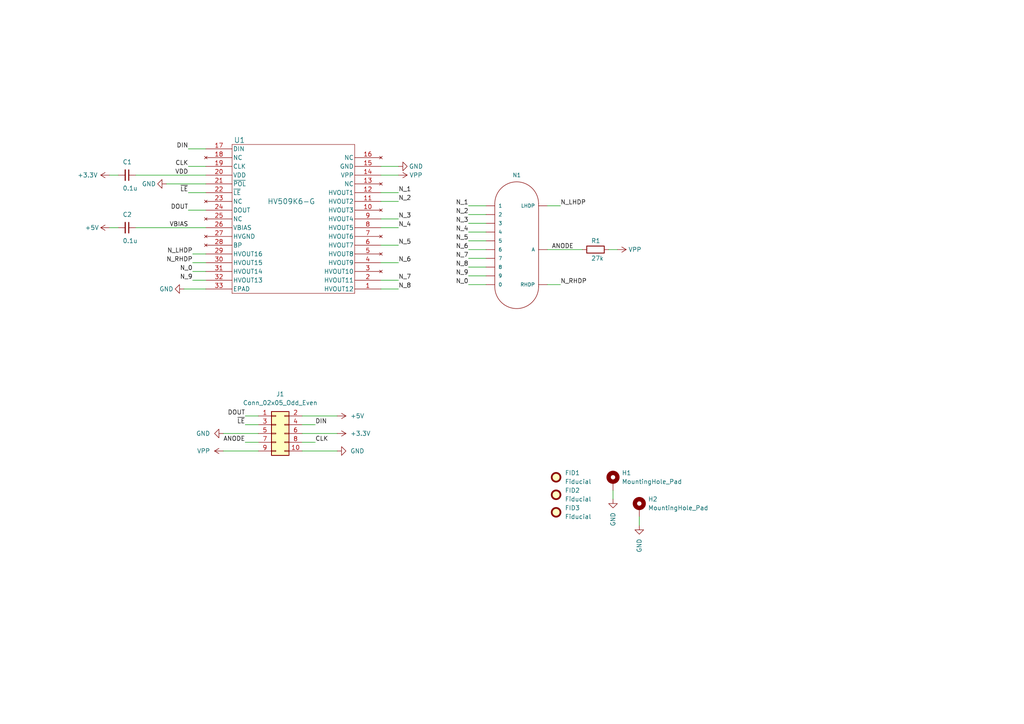
<source format=kicad_sch>
(kicad_sch (version 20230121) (generator eeschema)
  (paper "A4")
  (title_block (title "IN-14 daughter board") (rev "A") (company "Paul Willis"))
  (lib_symbols
    (symbol "00_lib:HV509K6-G" (pin_names (offset 0.254))
      (property "Reference" "U1" (at 39.37 -43.18 0))
      (property "Value" "HV509K6-G" (at 19.05 -25.4 0))
      (symbol "HV509K6-G_0_1"
        (polyline (pts (xy 7.62 -41.91) (xy 43.18 -41.91)) (stroke (width 0.127)))
        (polyline (pts (xy 7.62 1.27) (xy 7.62 -41.91)) (stroke (width 0.127)))
        (polyline (pts (xy 43.18 -41.91) (xy 43.18 1.27)) (stroke (width 0.127)))
        (polyline (pts (xy 43.18 1.27) (xy 7.62 1.27)) (stroke (width 0.127)))
        (pin output line (at 0 0 0) (length 7.62) (name "HVOUT12") (number "1"))
        (pin no_connect line (at 0 -22.86 0) (length 7.62) (name "HVOUT3") (number "10"))
        (pin output line (at 0 -25.4 0) (length 7.62) (name "HVOUT2") (number "11"))
        (pin output line (at 0 -27.94 0) (length 7.62) (name "HVOUT1") (number "12"))
        (pin no_connect line (at 0 -30.48 0) (length 7.62) (name "NC") (number "13"))
        (pin power_in line (at 0 -33.02 0) (length 7.62) (name "VPP") (number "14"))
        (pin power_in line (at 0 -35.56 0) (length 7.62) (name "GND") (number "15"))
        (pin no_connect line (at 0 -38.1 0) (length 7.62) (name "NC") (number "16"))
        (pin input line (at 50.8 -40.64 180) (length 7.62) (name "DIN") (number "17"))
        (pin no_connect line (at 50.8 -38.1 180) (length 7.62) (name "NC") (number "18"))
        (pin input line (at 50.8 -35.56 180) (length 7.62) (name "CLK") (number "19"))
        (pin output line (at 0 -2.54 0) (length 7.62) (name "HVOUT11") (number "2"))
        (pin power_in line (at 50.8 -33.02 180) (length 7.62) (name "VDD") (number "20"))
        (pin input line (at 50.8 -30.48 180) (length 7.62) (name "~{POL}") (number "21"))
        (pin input line (at 50.8 -27.94 180) (length 7.62) (name "~{LE}") (number "22"))
        (pin no_connect line (at 50.8 -25.4 180) (length 7.62) (name "NC") (number "23"))
        (pin output line (at 50.8 -22.86 180) (length 7.62) (name "DOUT") (number "24"))
        (pin no_connect line (at 50.8 -20.32 180) (length 7.62) (name "NC") (number "25"))
        (pin power_in line (at 50.8 -17.78 180) (length 7.62) (name "VBIAS") (number "26"))
        (pin no_connect line (at 50.8 -15.24 180) (length 7.62) (name "HVGND") (number "27"))
        (pin no_connect line (at 50.8 -12.7 180) (length 7.62) (name "BP") (number "28"))
        (pin output line (at 50.8 -10.16 180) (length 7.62) (name "HVOUT16") (number "29"))
        (pin no_connect line (at 0 -5.08 0) (length 7.62) (name "HVOUT10") (number "3"))
        (pin output line (at 50.8 -7.62 180) (length 7.62) (name "HVOUT15") (number "30"))
        (pin output line (at 50.8 -5.08 180) (length 7.62) (name "HVOUT14") (number "31"))
        (pin output line (at 50.8 -2.54 180) (length 7.62) (name "HVOUT13") (number "32"))
        (pin passive line (at 50.8 0 180) (length 7.62) (name "EPAD") (number "33"))
        (pin output line (at 0 -7.62 0) (length 7.62) (name "HVOUT9") (number "4"))
        (pin no_connect line (at 0 -10.16 0) (length 7.62) (name "HVOUT8") (number "5"))
        (pin output line (at 0 -12.7 0) (length 7.62) (name "HVOUT7") (number "6"))
        (pin no_connect line (at 0 -15.24 0) (length 7.62) (name "HVOUT6") (number "7"))
        (pin output line (at 0 -17.78 0) (length 7.62) (name "HVOUT5") (number "8"))
        (pin output line (at 0 -20.32 0) (length 7.62) (name "HVOUT4") (number "9"))
      )
    )
    (symbol "00_lib:IN-14" (pin_numbers hide) (pin_names (offset 1.016))
      (property "Reference" "N" (at -2.54 18.415 0))
      (symbol "IN-14_1_0"
        (polyline (pts (xy -5.08 -13.335) (xy -5.08 10.795)))
        (polyline (pts (xy 7.62 -13.335) (xy 7.62 10.795)))
      )
      (symbol "IN-14_1_1"
        (arc (start -5.08 -13.335) (mid 1.27 -19.6574) (end 7.62 -13.335))
        (arc (start 7.62 10.795) (mid 1.27 17.1174) (end -5.08 10.795))
        (pin bidirectional line (at -7.62 -12.7 0) (length 2.54) (name "0") (number "0"))
        (pin bidirectional line (at -7.62 10.16 0) (length 2.54) (name "1") (number "1"))
        (pin bidirectional line (at -7.62 7.62 0) (length 2.54) (name "2") (number "2"))
        (pin bidirectional line (at -7.62 5.08 0) (length 2.54) (name "3") (number "3"))
        (pin bidirectional line (at -7.62 2.54 0) (length 2.54) (name "4") (number "4"))
        (pin bidirectional line (at -7.62 0 0) (length 2.54) (name "5") (number "5"))
        (pin bidirectional line (at -7.62 -2.54 0) (length 2.54) (name "6") (number "6"))
        (pin bidirectional line (at -7.62 -5.08 0) (length 2.54) (name "7") (number "7"))
        (pin bidirectional line (at -7.62 -7.62 0) (length 2.54) (name "8") (number "8"))
        (pin bidirectional line (at -7.62 -10.16 0) (length 2.54) (name "9") (number "9"))
        (pin bidirectional line (at 10.16 -2.54 180) (length 2.54) (name "A") (number "A"))
        (pin bidirectional line (at 10.16 10.16 180) (length 2.54) (name "LHDP") (number "LHDP"))
        (pin bidirectional line (at 10.16 -12.7 180) (length 2.54) (name "RHDP") (number "RHDP"))
      )
    )
    (symbol "C_Small_1" (pin_numbers hide) (pin_names (offset 0.254) hide)
      (property "Reference" "C1" (at 2.54 1.2637 0))
      (property "Value" "0.1u" (at 2.54 -1.2763 0))
      (symbol "C_Small_1_0_1"
        (polyline (pts (xy -1.524 -0.508) (xy 1.524 -0.508)) (stroke (width 0.3302)))
        (polyline (pts (xy -1.524 0.508) (xy 1.524 0.508)) (stroke (width 0.3048)))
      )
      (symbol "C_Small_1_1_1"
        (pin power_out line (at 0 2.54 270) (length 2.032) (name "~") (number "1"))
        (pin power_in line (at 0 -2.54 90) (length 2.032) (name "~") (number "2"))
      )
    )
    (symbol "Connector_Generic:Conn_02x05_Odd_Even" (pin_names (offset 1.016) hide)
      (property "Reference" "J1" (at 1.27 11.43 0))
      (property "Value" "Conn_02x05_Odd_Even" (at 1.27 8.89 0))
      (symbol "Conn_02x05_Odd_Even_1_1"
        (rectangle (start -1.27 -4.953) (end 0 -5.207) (stroke (width 0.1524)))
        (rectangle (start -1.27 -2.413) (end 0 -2.667) (stroke (width 0.1524)))
        (rectangle (start -1.27 0.127) (end 0 -0.127) (stroke (width 0.1524)))
        (rectangle (start -1.27 2.667) (end 0 2.413) (stroke (width 0.1524)))
        (rectangle (start -1.27 5.207) (end 0 4.953) (stroke (width 0.1524)))
        (rectangle (start -1.27 6.35) (end 3.81 -6.35) (stroke (width 0.254)) (fill (type background)))
        (rectangle (start 3.81 -4.953) (end 2.54 -5.207) (stroke (width 0.1524)))
        (rectangle (start 3.81 -2.413) (end 2.54 -2.667) (stroke (width 0.1524)))
        (rectangle (start 3.81 0.127) (end 2.54 -0.127) (stroke (width 0.1524)))
        (rectangle (start 3.81 2.667) (end 2.54 2.413) (stroke (width 0.1524)))
        (rectangle (start 3.81 5.207) (end 2.54 4.953) (stroke (width 0.1524)))
        (pin input line (at -5.08 5.08 0) (length 3.81) (name "Pin_1") (number "1"))
        (pin passive line (at 7.62 -5.08 180) (length 3.81) (name "Pin_10") (number "10"))
        (pin power_out line (at 7.62 5.08 180) (length 3.81) (name "Pin_2") (number "2"))
        (pin output line (at -5.08 2.54 0) (length 3.81) (name "Pin_3") (number "3"))
        (pin output line (at 7.62 2.54 180) (length 3.81) (name "Pin_4") (number "4"))
        (pin power_out line (at -5.08 0 0) (length 3.81) (name "Pin_5") (number "5"))
        (pin power_out line (at 7.62 0 180) (length 3.81) (name "Pin_6") (number "6"))
        (pin input line (at -5.08 -2.54 0) (length 3.81) (name "Pin_7") (number "7"))
        (pin output line (at 7.62 -2.54 180) (length 3.81) (name "Pin_8") (number "8"))
        (pin power_out line (at -5.08 -5.08 0) (length 3.81) (name "Pin_9") (number "9"))
      )
    )
    (symbol "Device:R" (pin_numbers hide) (pin_names (offset 0))
      (property "Reference" "R" (at 2.032 0 90))
      (property "Value" "R" (at 0 0 90))
      (symbol "R_0_1"
        (rectangle (start -1.016 -2.54) (end 1.016 2.54) (stroke (width 0.254)))
      )
      (symbol "R_1_1"
        (pin passive line (at 0 3.81 270) (length 1.27) (name "~") (number "1"))
        (pin passive line (at 0 -3.81 90) (length 1.27) (name "~") (number "2"))
      )
    )
    (symbol "Mechanical:Fiducial"
      (property "Reference" "FID" (at 0 5.08 0))
      (property "Value" "Fiducial" (at 0 3.175 0))
      (symbol "Fiducial_0_1"
        (circle (center 0 0) (radius 1.27) (stroke (width 0.508)) (fill (type background)))
      )
    )
    (symbol "Mechanical:MountingHole_Pad" (pin_numbers hide) (pin_names (offset 1.016) hide)
      (property "Reference" "H1" (at 2.54 2.54 0))
      (property "Value" "MountingHole_Pad" (at 2.54 0 0))
      (symbol "MountingHole_Pad_0_1"
        (circle (center 0 1.27) (radius 1.27) (stroke (width 1.27)))
      )
      (symbol "MountingHole_Pad_1_1"
        (pin passive line (at 0 -2.54 90) (length 2.54) (name "1") (number "1"))
      )
    )
    (symbol "MountingHole_Pad_1" (pin_numbers hide) (pin_names (offset 1.016) hide)
      (property "Reference" "H2" (at 2.54 2.54 0))
      (property "Value" "MountingHole_Pad" (at 2.54 0 0))
      (symbol "MountingHole_Pad_1_0_1"
        (circle (center 0 1.27) (radius 1.27) (stroke (width 1.27)))
      )
      (symbol "MountingHole_Pad_1_1_1"
        (pin passive line (at 0 -2.54 90) (length 2.54) (name "1") (number "1"))
      )
    )
    (symbol "power:+3.3V" (power) (pin_names (offset 0))
      (property "Value" "+3.3V" (at 0 3.556 0))
      (symbol "+3.3V_0_1"
        (polyline (pts (xy -0.762 1.27) (xy 0 2.54)))
        (polyline (pts (xy 0 0) (xy 0 2.54)))
        (polyline (pts (xy 0 2.54) (xy 0.762 1.27)))
      )
      (symbol "+3.3V_1_1"
        (pin power_in line (at 0 0 90) (length 0) hide (name "+3.3V") (number "1"))
      )
    )
    (symbol "power:+5V" (power) (pin_names (offset 0))
      (property "Value" "+5V" (at 0 3.556 0))
      (symbol "+5V_0_1"
        (polyline (pts (xy -0.762 1.27) (xy 0 2.54)))
        (polyline (pts (xy 0 0) (xy 0 2.54)))
        (polyline (pts (xy 0 2.54) (xy 0.762 1.27)))
      )
      (symbol "+5V_1_1"
        (pin power_in line (at 0 0 90) (length 0) hide (name "+5V") (number "1"))
      )
    )
    (symbol "power:GND" (power) (pin_names (offset 0))
      (property "Value" "GND" (at 0 -3.81 0))
      (symbol "GND_0_1"
        (polyline (pts (xy 0 0) (xy 0 -1.27) (xy 1.27 -1.27) (xy 0 -2.54) (xy -1.27 -1.27) (xy 0 -1.27)))
      )
      (symbol "GND_1_1"
        (pin power_in line (at 0 0 270) (length 0) hide (name "GND") (number "1"))
      )
    )
    (symbol "power:VPP" (power) (pin_names (offset 0))
      (property "Value" "VPP" (at 0 3.81 0))
      (symbol "VPP_0_1"
        (polyline (pts (xy -0.762 1.27) (xy 0 2.54)))
        (polyline (pts (xy 0 0) (xy 0 2.54)))
        (polyline (pts (xy 0 2.54) (xy 0.762 1.27)))
      )
      (symbol "VPP_1_1"
        (pin power_in line (at 0 0 90) (length 0) hide (name "VPP") (number "1"))
      )
    )
  )
  (wire (pts (xy 115.57 48.26) (xy 110.49 48.26)))
  (wire (pts (xy 97.79 120.65) (xy 87.63 120.65)))
  (wire (pts (xy 140.97 64.77) (xy 135.89 64.77)))
  (wire (pts (xy 115.57 63.5) (xy 110.49 63.5)))
  (wire (pts (xy 87.63 123.19) (xy 91.44 123.19)))
  (wire (pts (xy 140.97 59.69) (xy 135.89 59.69)))
  (wire (pts (xy 179.07 72.39) (xy 176.53 72.39)))
  (wire (pts (xy 59.69 48.26) (xy 54.61 48.26)))
  (wire (pts (xy 168.91 72.39) (xy 158.75 72.39)))
  (wire (pts (xy 59.69 53.34) (xy 48.26 53.34)))
  (wire (pts (xy 115.57 58.42) (xy 110.49 58.42)))
  (wire (pts (xy 135.89 77.47) (xy 140.97 77.47)))
  (wire (pts (xy 140.97 62.23) (xy 135.89 62.23)))
  (wire (pts (xy 59.69 73.66) (xy 55.88 73.66)))
  (wire (pts (xy 59.69 78.74) (xy 55.88 78.74)))
  (wire (pts (xy 115.57 76.2) (xy 110.49 76.2)))
  (wire (pts (xy 115.57 50.8) (xy 110.49 50.8)))
  (wire (pts (xy 115.57 71.12) (xy 110.49 71.12)))
  (wire (pts (xy 162.56 59.69) (xy 158.75 59.69)))
  (wire (pts (xy 34.29 66.04) (xy 31.75 66.04)))
  (wire (pts (xy 59.69 43.18) (xy 54.61 43.18)))
  (wire (pts (xy 87.63 130.81) (xy 97.79 130.81)))
  (wire (pts (xy 115.57 81.28) (xy 110.49 81.28)))
  (wire (pts (xy 115.57 55.88) (xy 110.49 55.88)))
  (wire (pts (xy 115.57 83.82) (xy 110.49 83.82)))
  (wire (pts (xy 59.69 81.28) (xy 55.88 81.28)))
  (wire (pts (xy 34.29 50.8) (xy 31.75 50.8)))
  (wire (pts (xy 64.77 130.81) (xy 74.93 130.81)))
  (wire (pts (xy 162.56 82.55) (xy 158.75 82.55)))
  (wire (pts (xy 71.12 128.27) (xy 74.93 128.27)))
  (wire (pts (xy 39.37 66.04) (xy 59.69 66.04)))
  (wire (pts (xy 59.69 55.88) (xy 54.61 55.88)))
  (wire (pts (xy 135.89 74.93) (xy 140.97 74.93)))
  (wire (pts (xy 59.69 76.2) (xy 55.88 76.2)))
  (wire (pts (xy 71.12 120.65) (xy 74.93 120.65)))
  (wire (pts (xy 177.8 142.24) (xy 177.8 144.78)))
  (wire (pts (xy 135.89 72.39) (xy 140.97 72.39)))
  (wire (pts (xy 71.12 123.19) (xy 74.93 123.19)))
  (wire (pts (xy 135.89 80.01) (xy 140.97 80.01)))
  (wire (pts (xy 140.97 69.85) (xy 135.89 69.85)))
  (wire (pts (xy 64.77 125.73) (xy 74.93 125.73)))
  (wire (pts (xy 87.63 128.27) (xy 91.44 128.27)))
  (wire (pts (xy 135.89 82.55) (xy 140.97 82.55)))
  (wire (pts (xy 140.97 67.31) (xy 135.89 67.31)))
  (wire (pts (xy 185.42 149.86) (xy 185.42 152.4)))
  (wire (pts (xy 87.63 125.73) (xy 97.79 125.73)))
  (wire (pts (xy 39.37 50.8) (xy 59.69 50.8)))
  (wire (pts (xy 59.69 83.82) (xy 53.34 83.82)))
  (wire (pts (xy 59.69 60.96) (xy 54.61 60.96)))
  (wire (pts (xy 115.57 66.04) (xy 110.49 66.04)))
  (label "N_6" (at 115.57 76.2 0))
  (label "N_2" (at 115.57 58.42 0))
  (label "N_8" (at 115.57 83.82 0))
  (label "N_7" (at 115.57 81.28 0))
  (label "N_RHDP" (at 55.88 76.2 180))
  (label "N_2" (at 135.89 62.23 180))
  (label "DOUT" (at 71.12 120.65 180))
  (label "N_4" (at 135.89 67.31 180))
  (label "DIN" (at 54.61 43.18 180))
  (label "N_1" (at 135.89 59.69 180))
  (label "ANODE" (at 71.12 128.27 180))
  (label "DOUT" (at 54.61 60.96 180))
  (label "N_3" (at 135.89 64.77 180))
  (label "N_3" (at 115.57 63.5 0))
  (label "~{LE}" (at 71.12 123.19 180))
  (label "N_5" (at 135.89 69.85 180))
  (label "N_1" (at 115.57 55.88 0))
  (label "~{LE}" (at 54.61 55.88 180))
  (label "N_9" (at 135.89 80.01 180))
  (label "CLK" (at 54.61 48.26 180))
  (label "N_9" (at 55.88 81.28 180))
  (label "N_0" (at 55.88 78.74 180))
  (label "DIN" (at 91.44 123.19 0))
  (label "N_7" (at 135.89 74.93 180))
  (label "N_LHDP" (at 162.56 59.69 0))
  (label "VDD" (at 54.61 50.8 180))
  (label "N_8" (at 135.89 77.47 180))
  (label "N_LHDP" (at 55.88 73.66 180))
  (label "VBIAS" (at 54.61 66.04 180))
  (label "ANODE" (at 160.02 72.39 0))
  (label "N_6" (at 135.89 72.39 180))
  (label "N_RHDP" (at 162.56 82.55 0))
  (label "N_4" (at 115.57 66.04 0))
  (label "CLK" (at 91.44 128.27 0))
  (label "N_5" (at 115.57 71.12 0))
  (label "N_0" (at 135.89 82.55 180))
  (symbol (lib_name "C_Small_1") (lib_id "Device:C_Small") (at 36.83 50.8 270) (unit 1)
    (property "Reference" "C1" (at 35.56 46.99 90) (effects (justify left)))
    (property "Value" "0.1u" (at 35.56 54.61 90) (effects (justify left)))
    (property "Footprint" "Capacitor_SMD:C_0603_1608Metric" (effects hide))
    (property "Datasheet" "https://mm.digikey.com/Volume0/opasdata/d220001/medias/docus/658/CL10B104KB8NNWC_Spec.pdf" (effects hide))
    (property "Model" "CL10B104KB8NNWC" (effects hide))
    (property "Price" "0.10" (effects hide))
    (property "Digikey link" "https://www.digikey.com/en/products/detail/samsung-electro-mechanics/CL10B104KB8NNWC/3887593" (effects hide))
    (property "Mouser link" "https://www.mouser.com/ProductDetail/Samsung-Electro-Mechanics/CL10B104KB8NNWC?qs=EvNa9vf1TdYOAZGBJN%252BGRQ%3D%3D" (effects hide))
  )
  (symbol (lib_id "power:GND") (at 177.8 144.78 0) (mirror y) (unit 1)
    (property "Reference" "#PWR013" (effects hide))
    (property "Value" "GND" (at 177.8 148.59 90) (effects (justify right)))
  )
  (symbol (lib_id "Mechanical:MountingHole_Pad") (at 177.8 139.7 0) (unit 1) (in_bom no)
    (property "Reference" "H1" (at 180.34 137.16 0) (effects (justify left)))
    (property "Value" "MountingHole_Pad" (at 180.34 139.7 0) (effects (justify left)))
    (property "Footprint" "MountingHole:MountingHole_2.7mm_M2.5_Pad_Via" (effects hide))
  )
  (symbol (lib_id "power:GND") (at 115.57 48.26 90) (unit 1)
    (property "Reference" "#PWR01" (effects hide))
    (property "Value" "GND" (at 120.65 48.26 90))
  )
  (symbol (lib_id "power:GND") (at 97.79 130.81 90) (unit 1)
    (property "Reference" "#PWR012" (effects hide))
    (property "Value" "GND" (at 101.6 130.81 90) (effects (justify right)))
  )
  (symbol (lib_name "C_Small_1") (lib_id "Device:C_Small") (at 36.83 66.04 270) (unit 1)
    (property "Reference" "C2" (at 35.56 62.23 90) (effects (justify left)))
    (property "Value" "0.1u" (at 35.56 69.85 90) (effects (justify left)))
    (property "Footprint" "Capacitor_SMD:C_0603_1608Metric" (effects hide))
    (property "Datasheet" "https://mm.digikey.com/Volume0/opasdata/d220001/medias/docus/658/CL10B104KB8NNWC_Spec.pdf" (effects hide))
    (property "Model" "CL10B104KB8NNWC" (effects hide))
    (property "Price" "0.10" (effects hide))
    (property "Digikey link" "https://www.digikey.com/en/products/detail/samsung-electro-mechanics/CL10B104KB8NNWC/3887593" (effects hide))
    (property "Mouser link" "https://www.mouser.com/ProductDetail/Samsung-Electro-Mechanics/CL10B104KB8NNWC?qs=EvNa9vf1TdYOAZGBJN%252BGRQ%3D%3D" (effects hide))
  )
  (symbol (lib_id "power:VPP") (at 64.77 130.81 90) (unit 1)
    (property "Reference" "#PWR011" (effects hide))
    (property "Value" "VPP" (at 60.96 130.81 90) (effects (justify left)))
  )
  (symbol (lib_id "power:+3.3V") (at 31.75 50.8 90) (unit 1)
    (property "Reference" "#PWR02" (effects hide))
    (property "Value" "+3.3V" (at 25.4 50.8 90))
  )
  (symbol (lib_id "Mechanical:Fiducial") (at 161.29 143.51 0) (unit 1)
    (property "Reference" "FID2" (at 163.83 142.24 0) (effects (justify left)))
    (property "Value" "Fiducial" (at 163.83 144.78 0) (effects (justify left)))
    (property "Footprint" "Fiducial:Fiducial_0.5mm_Mask1.5mm" (effects hide))
  )
  (symbol (lib_id "Mechanical:Fiducial") (at 161.29 138.43 0) (unit 1)
    (property "Reference" "FID1" (at 163.83 137.16 0) (effects (justify left)))
    (property "Value" "Fiducial" (at 163.83 139.7 0) (effects (justify left)))
    (property "Footprint" "Fiducial:Fiducial_0.5mm_Mask1.5mm" (effects hide))
  )
  (symbol (lib_id "power:VPP") (at 179.07 72.39 270) (unit 1)
    (property "Reference" "#PWR06" (effects hide))
    (property "Value" "VPP" (at 184.15 72.39 90))
  )
  (symbol (lib_id "Mechanical:Fiducial") (at 161.29 148.59 0) (unit 1)
    (property "Reference" "FID3" (at 163.83 147.32 0) (effects (justify left)))
    (property "Value" "Fiducial" (at 163.83 149.86 0) (effects (justify left)))
    (property "Footprint" "Fiducial:Fiducial_0.5mm_Mask1.5mm" (effects hide))
  )
  (symbol (lib_id "power:GND") (at 48.26 53.34 270) (unit 1)
    (property "Reference" "#PWR04" (effects hide))
    (property "Value" "GND" (at 43.18 53.34 90))
  )
  (symbol (lib_name "MountingHole_Pad_1") (lib_id "Mechanical:MountingHole_Pad") (at 185.42 147.32 0) (unit 1) (in_bom no)
    (property "Reference" "H2" (at 187.96 144.78 0) (effects (justify left)))
    (property "Value" "MountingHole_Pad" (at 187.96 147.32 0) (effects (justify left)))
    (property "Footprint" "MountingHole:MountingHole_2.7mm_M2.5_Pad_Via" (effects hide))
  )
  (symbol (lib_id "power:GND") (at 64.77 125.73 270) (mirror x) (unit 1)
    (property "Reference" "#PWR09" (effects hide))
    (property "Value" "GND" (at 60.96 125.73 90) (effects (justify right)))
  )
  (symbol (lib_id "power:VPP") (at 115.57 50.8 270) (unit 1)
    (property "Reference" "#PWR03" (effects hide))
    (property "Value" "VPP" (at 120.65 50.8 90))
  )
  (symbol (lib_id "power:+3.3V") (at 97.79 125.73 270) (mirror x) (unit 1)
    (property "Reference" "#PWR010" (effects hide))
    (property "Value" "+3.3V" (at 101.6 125.73 90) (effects (justify left)))
  )
  (symbol (lib_id "power:+5V") (at 97.79 120.65 270) (mirror x) (unit 1)
    (property "Reference" "#PWR08" (effects hide))
    (property "Value" "+5V" (at 101.6 120.65 90) (effects (justify left)))
  )
  (symbol (lib_id "power:+5V") (at 31.75 66.04 90) (unit 1)
    (property "Reference" "#PWR05" (effects hide))
    (property "Value" "+5V" (at 26.67 66.04 90))
  )
  (symbol (lib_id "power:GND") (at 53.34 83.82 270) (unit 1)
    (property "Reference" "#PWR07" (effects hide))
    (property "Value" "GND" (at 48.26 83.82 90))
  )
  (symbol (lib_id "00_lib:IN-14") (at 148.59 69.85 0) (unit 1)
    (property "Reference" "N1" (at 151.13 50.8 0) (effects (font (size 1.143 1.143)) (justify right)))
    (property "Value" "IN-14" (effects hide))
    (property "Footprint" "00_lib:nixies-us-IN-14" (effects hide))
    (property "Datasheet" "https://download.elektronicastynus.be/57/in-14_datasheet.pdf" (effects hide))
    (property "Model" "IN-14" (effects hide))
    (property "Price" "17.50" (effects hide))
    (property "Digikey link" "N/A" (effects hide))
    (property "Mouser link" "N/A" (effects hide))
  )
  (symbol (lib_id "00_lib:HV509K6-G") (at 110.49 83.82 180) (unit 1)
    (property "Reference" "U1" (at 71.12 40.64 0) (effects (font (size 1.524 1.524)) (justify left)))
    (property "Value" "HV509K6-G" (at 91.44 58.42 0) (effects (font (size 1.524 1.524)) (justify left)))
    (property "Footprint" "Package_DFN_QFN:QFN-32-1EP_5x5mm_P0.5mm_EP3.1x3.1mm_ThermalVias" (effects hide))
    (property "Datasheet" "https://ww1.microchip.com/downloads/en/DeviceDoc/hv509.pdf" (effects hide))
    (property "Price" "2.89" (effects hide))
    (property "Digikey link" "https://www.digikey.com/en/products/detail/microchip-technology/HV509K6-G/4902492" (effects hide))
    (property "Model" "HV509K6-G" (effects hide))
    (property "Mouser link" "https://www.mouser.com/ProductDetail/Microchip-Technology/HV509K6-G?qs=073BFnXyqnuDeexnfjhPaQ%3D%3D" (effects hide))
  )
  (symbol (lib_id "Device:R") (at 172.72 72.39 270) (unit 1)
    (property "Reference" "R1" (at 171.45 69.85 90) (effects (justify left)))
    (property "Value" "27k" (at 171.45 74.93 90) (effects (justify left)))
    (property "Footprint" "Resistor_SMD:R_1206_3216Metric" (effects hide))
    (property "Datasheet" "https://www.yageo.com/upload/media/product/app/datasheet/rchip/pyu-rc_group_51_rohs_l.pdf" (effects hide))
    (property "Model" "RC1206JR-0727KL" (effects hide))
    (property "Price" "0.10" (effects hide))
    (property "Digikey link" "https://www.digikey.com/en/products/detail/yageo/RC1206JR-0727KL/729262" (effects hide))
    (property "Mouser link" "https://www.mouser.com/ProductDetail/YAGEO/RC1206JR-0727KL?qs=CteSnpDdeuBg3%2FC0aG6GFQ%3D%3D" (effects hide))
  )
  (symbol (lib_id "power:GND") (at 185.42 152.4 0) (mirror y) (unit 1)
    (property "Reference" "#PWR014" (effects hide))
    (property "Value" "GND" (at 185.42 156.21 90) (effects (justify right)))
  )
  (symbol (lib_id "Connector_Generic:Conn_02x05_Odd_Even") (at 80.01 125.73 0) (unit 1)
    (property "Reference" "J1" (at 81.28 114.3 0))
    (property "Value" "Conn_02x05_Odd_Even" (at 81.28 116.84 0))
    (property "Footprint" "Connector_PinHeader_2.54mm:PinHeader_2x05_P2.54mm_Vertical_SMD" (effects hide))
    (property "Datasheet" "https://www.molex.com/content/dam/molex/molex-dot-com/products/automated/en-us/productspecificationpdf/713/71308/PS-71308-001.pdf?inline" (effects hide))
    (property "Model" "15-91-6100" (effects hide))
    (property "Price" "3.14" (effects hide))
    (property "Digikey link" "https://www.digikey.com/en/products/detail/molex/0015916100/3124523" (effects hide))
    (property "Mouser link" "https://www.mouser.com/ProductDetail/Molex/15-91-6100?qs=5ADmCPbgZvxX3zRPE3%2FoVw%3D%3D" (effects hide))
  )
)
</source>
